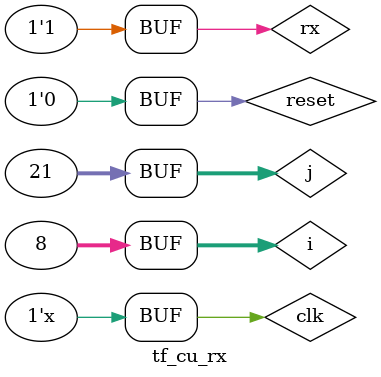
<source format=v>
`timescale 1ps / 1ps

module tf_cu_rx();

parameter XTL= 22118400; //(in hertz)
parameter BAUD  = 9600 ;  //57600 //19200  //9600
parameter NANO  = 1_000_000_000;
parameter BIT_TIME   = 104166667;//1000*NANO/(BAUD)  ;



// DATE:     15:18:50 10/16/2014 
// MODULE:   interface
// DESIGN:   interface
// FILENAME: tf_interface.v
// PROJECT:  data_loggerVer3
// VERSION:  


// Inputs
    reg clk;
    reg reset;
    reg rx;
    wire [23:0] start_adr;
    wire [23:0] stop_adr;
    wire [23:0] status;
    wire pkt_done;

    reg [7:0] byt [20:0];
    reg [7:0] val;
    integer i,j;

initial
begin
//start
byt[0] = 192;//128;
byt[1] = 1;
byt[2] = 1;
byt[3] = 2;
byt[4] = 2;
byt[5] = 3;
byt[6] = 3;

//stop
byt[7] = 192;//160;
byt[8] = 4;
byt[9] = 4;
byt[10] = 5;
byt[11] = 5;
byt[12] = 6;
byt[13] = 6;

//status
byt[14] = 192;
byt[15] = 7;
byt[16] = 7;
byt[17] = 8;
byt[18] = 8;
byt[19] = 9;
byt[20] = 9;
end
// Instantiate the UUT
    cu_rx c3 (
        .clk(clk), 
        .reset(reset), 
        .rx(rx),
        .start_adr(start_adr),
        .stop_adr(stop_adr),
        .status(status),
        .pkt_done(pkt_done)
        );


// Initialize Inputs
        initial begin
            clk = 0;
            reset = 0;
		rx=1;		
		#1000000 reset  =1;
		#100000  reset  =0;
		#100000  reset  =0;
      //9600 Baud rate
      //start address
      
      for(j=0;j<21;j=j+1)
      begin
         val = byt[j];
         #BIT_TIME rx =0;//start
         for(i=0;i<8;i=i+1)
            #BIT_TIME rx = val[i];
         #BIT_TIME rx =1;//stop
         #BIT_TIME rx =1;//stop
      end
/*
		#BIT_TIME rx =0;//start
		#BIT_TIME rx =0;//bit 0
		#BIT_TIME rx =0;//1
		#BIT_TIME rx =0;//2
		#BIT_TIME rx =0;//3
		#BIT_TIME rx =0;//4
		#BIT_TIME rx =0;//5
		#BIT_TIME rx =0;//6
		#BIT_TIME rx =1;//7
		#BIT_TIME rx =1;//stop
      #BIT_TIME rx =1;//stop
       //1
      #BIT_TIME rx =0;//start
		#BIT_TIME rx =1;//bit 0
		#BIT_TIME rx =0;//1
		#BIT_TIME rx =0;//2
		#BIT_TIME rx =0;//3
		#BIT_TIME rx =0;//4
		#BIT_TIME rx =0;//5
		#BIT_TIME rx =0;//6
		#BIT_TIME rx =0;//7
		#BIT_TIME rx =1;//stop
      #BIT_TIME rx =1;//stop

       //2
      #BIT_TIME rx =0;//start
		#BIT_TIME rx =0;//bit 0
		#BIT_TIME rx =1;//1
		#BIT_TIME rx =0;//2
		#BIT_TIME rx =0;//3
		#BIT_TIME rx =0;//4
		#BIT_TIME rx =0;//5
		#BIT_TIME rx =0;//6
		#BIT_TIME rx =0;//7
		#BIT_TIME rx =1;//stop
      #BIT_TIME rx =1;//stop
       //3
      #BIT_TIME rx =0;//start
		#BIT_TIME rx =1;//bit 0
		#BIT_TIME rx =1;//1
		#BIT_TIME rx =0;//2
		#BIT_TIME rx =0;//3
		#BIT_TIME rx =0;//4
		#BIT_TIME rx =0;//5
		#BIT_TIME rx =0;//6
		#BIT_TIME rx =0;//7
		#BIT_TIME rx =1;//stop
      #BIT_TIME rx =1;//stop

       //4
      #BIT_TIME rx =0;//start
		#BIT_TIME rx =1;//bit 0
		#BIT_TIME rx =0;//1
		#BIT_TIME rx =0;//2
		#BIT_TIME rx =0;//3
		#BIT_TIME rx =0;//4
		#BIT_TIME rx =0;//5
		#BIT_TIME rx =0;//6
		#BIT_TIME rx =0;//7
		#BIT_TIME rx =1;//stop
      #BIT_TIME rx =1;//stop
       //5
      #BIT_TIME rx =0;//start
		#BIT_TIME rx =0;//bit 0
		#BIT_TIME rx =1;//1
		#BIT_TIME rx =0;//2
		#BIT_TIME rx =0;//3
		#BIT_TIME rx =0;//4
		#BIT_TIME rx =0;//5
		#BIT_TIME rx =0;//6
		#BIT_TIME rx =0;//7
		#BIT_TIME rx =1;//stop
      #BIT_TIME rx =1;//stop

      #BIT_TIME rx =0;//start
		#BIT_TIME rx =1;//bit 0
		#BIT_TIME rx =1;//1
		#BIT_TIME rx =0;//2
		#BIT_TIME rx =0;//3
		#BIT_TIME rx =0;//4
		#BIT_TIME rx =0;//5
		#BIT_TIME rx =0;//6
		#BIT_TIME rx =0;//7
		#BIT_TIME rx =1;//stop
      #BIT_TIME rx =1;//stop
      ///////////////////////

      //stop address
		#BIT_TIME rx =0;//start
		#BIT_TIME rx =0;//bit 0
		#BIT_TIME rx =0;//1
		#BIT_TIME rx =0;//2
		#BIT_TIME rx =0;//3
		#BIT_TIME rx =0;//4
		#BIT_TIME rx =0;//5
		#BIT_TIME rx =1;//6
		#BIT_TIME rx =0;//7
		#BIT_TIME rx =1;//stop
      #BIT_TIME rx =1;//stop
       //1
      #BIT_TIME rx =0;//start
		#BIT_TIME rx =1;//bit 0
		#BIT_TIME rx =0;//1
		#BIT_TIME rx =1;//2
		#BIT_TIME rx =0;//3
		#BIT_TIME rx =0;//4
		#BIT_TIME rx =0;//5
		#BIT_TIME rx =0;//6
		#BIT_TIME rx =0;//7
		#BIT_TIME rx =1;//stop
      #BIT_TIME rx =1;//stop

       //2
      #BIT_TIME rx =0;//start
		#BIT_TIME rx =0;//bit 0
		#BIT_TIME rx =1;//1
		#BIT_TIME rx =1;//2
		#BIT_TIME rx =0;//3
		#BIT_TIME rx =0;//4
		#BIT_TIME rx =0;//5
		#BIT_TIME rx =0;//6
		#BIT_TIME rx =0;//7
		#BIT_TIME rx =1;//stop
      #BIT_TIME rx =1;//stop
       //3
      #BIT_TIME rx =0;//start
		#BIT_TIME rx =1;//bit 0
		#BIT_TIME rx =1;//1
		#BIT_TIME rx =1;//2
		#BIT_TIME rx =0;//3
		#BIT_TIME rx =0;//4
		#BIT_TIME rx =0;//5
		#BIT_TIME rx =0;//6
		#BIT_TIME rx =0;//7
		#BIT_TIME rx =1;//stop
      #BIT_TIME rx =1;//stop

       //4
      #BIT_TIME rx =0;//start
		#BIT_TIME rx =1;//bit 0
		#BIT_TIME rx =0;//1
		#BIT_TIME rx =1;//2
		#BIT_TIME rx =0;//3
		#BIT_TIME rx =0;//4
		#BIT_TIME rx =0;//5
		#BIT_TIME rx =0;//6
		#BIT_TIME rx =0;//7
		#BIT_TIME rx =1;//stop
      #BIT_TIME rx =1;//stop
       //5
      #BIT_TIME rx =0;//start
		#BIT_TIME rx =0;//bit 0
		#BIT_TIME rx =1;//1
		#BIT_TIME rx =1;//2
		#BIT_TIME rx =0;//3
		#BIT_TIME rx =0;//4
		#BIT_TIME rx =0;//5
		#BIT_TIME rx =0;//6
		#BIT_TIME rx =0;//7
		#BIT_TIME rx =1;//stop
      #BIT_TIME rx =1;//stop

      #BIT_TIME rx =0;//start
		#BIT_TIME rx =1;//bit 0
		#BIT_TIME rx =1;//1
		#BIT_TIME rx =1;//2
		#BIT_TIME rx =0;//3
		#BIT_TIME rx =0;//4
		#BIT_TIME rx =0;//5
		#BIT_TIME rx =0;//6
		#BIT_TIME rx =0;//7
		#BIT_TIME rx =1;//stop
      #BIT_TIME rx =1;//stop
      ///////////////////////
      
      //status
      		#BIT_TIME rx =0;//start
		#BIT_TIME rx =0;//bit 0
		#BIT_TIME rx =0;//1
		#BIT_TIME rx =0;//2
		#BIT_TIME rx =0;//3
		#BIT_TIME rx =0;//4
		#BIT_TIME rx =1;//5
		#BIT_TIME rx =0;//6
		#BIT_TIME rx =0;//7
		#BIT_TIME rx =1;//stop
      #BIT_TIME rx =1;//stop
       //1
      #BIT_TIME rx =0;//start
		#BIT_TIME rx =1;//bit 0
		#BIT_TIME rx =0;//1
		#BIT_TIME rx =0;//2
		#BIT_TIME rx =1;//3
		#BIT_TIME rx =0;//4
		#BIT_TIME rx =0;//5
		#BIT_TIME rx =0;//6
		#BIT_TIME rx =0;//7
		#BIT_TIME rx =1;//stop
      #BIT_TIME rx =1;//stop

       //2
      #BIT_TIME rx =0;//start
		#BIT_TIME rx =0;//bit 0
		#BIT_TIME rx =1;//1
		#BIT_TIME rx =0;//2
		#BIT_TIME rx =1;//3
		#BIT_TIME rx =0;//4
		#BIT_TIME rx =0;//5
		#BIT_TIME rx =0;//6
		#BIT_TIME rx =0;//7
		#BIT_TIME rx =1;//stop
      #BIT_TIME rx =1;//stop
       //3
      #BIT_TIME rx =0;//start
		#BIT_TIME rx =1;//bit 0
		#BIT_TIME rx =1;//1
		#BIT_TIME rx =0;//2
		#BIT_TIME rx =1;//3
		#BIT_TIME rx =0;//4
		#BIT_TIME rx =0;//5
		#BIT_TIME rx =0;//6
		#BIT_TIME rx =0;//7
		#BIT_TIME rx =1;//stop
      #BIT_TIME rx =1;//stop

       //4
      #BIT_TIME rx =0;//start
		#BIT_TIME rx =1;//bit 0
		#BIT_TIME rx =0;//1
		#BIT_TIME rx =0;//2
		#BIT_TIME rx =1;//3
		#BIT_TIME rx =0;//4
		#BIT_TIME rx =0;//5
		#BIT_TIME rx =0;//6
		#BIT_TIME rx =0;//7
		#BIT_TIME rx =1;//stop
      #BIT_TIME rx =1;//stop
       //5
      #BIT_TIME rx =0;//start
		#BIT_TIME rx =0;//bit 0
		#BIT_TIME rx =1;//1
		#BIT_TIME rx =0;//2
		#BIT_TIME rx =1;//3
		#BIT_TIME rx =0;//4
		#BIT_TIME rx =0;//5
		#BIT_TIME rx =0;//6
		#BIT_TIME rx =0;//7
		#BIT_TIME rx =1;//stop
      #BIT_TIME rx =1;//stop

      #BIT_TIME rx =0;//start
		#BIT_TIME rx =1;//bit 0
		#BIT_TIME rx =1;//1
		#BIT_TIME rx =0;//2
		#BIT_TIME rx =1;//3
		#BIT_TIME rx =0;//4
		#BIT_TIME rx =0;//5
		#BIT_TIME rx =0;//6
		#BIT_TIME rx =0;//7
		#BIT_TIME rx =1;//stop
      #BIT_TIME rx =1;//stop
      ///////////////////////            


     //start address 
		#BIT_TIME rx =0;//start
		#BIT_TIME rx =0;//bit 0
		#BIT_TIME rx =0;//1
		#BIT_TIME rx =0;//2
		#BIT_TIME rx =0;//3
		#BIT_TIME rx =0;//4
		#BIT_TIME rx =0;//5
		#BIT_TIME rx =0;//6
		#BIT_TIME rx =1;//7
		#BIT_TIME rx =1;//stop
      #BIT_TIME rx =1;//stop
       //1
      #BIT_TIME rx =0;//start
		#BIT_TIME rx =1;//bit 0
		#BIT_TIME rx =1;//1
		#BIT_TIME rx =1;//2
		#BIT_TIME rx =1;//3
		#BIT_TIME rx =0;//4
		#BIT_TIME rx =0;//5
		#BIT_TIME rx =0;//6
		#BIT_TIME rx =0;//7
		#BIT_TIME rx =1;//stop
      #BIT_TIME rx =1;//stop

       //2
      #BIT_TIME rx =0;//start
		#BIT_TIME rx =0;//bit 0
		#BIT_TIME rx =1;//1
		#BIT_TIME rx =0;//2
		#BIT_TIME rx =0;//3
		#BIT_TIME rx =0;//4
		#BIT_TIME rx =0;//5
		#BIT_TIME rx =0;//6
		#BIT_TIME rx =0;//7
		#BIT_TIME rx =1;//stop
      #BIT_TIME rx =1;//stop
       //3
      #BIT_TIME rx =0;//start
		#BIT_TIME rx =1;//bit 0
		#BIT_TIME rx =1;//1
		#BIT_TIME rx =0;//2
		#BIT_TIME rx =0;//3
		#BIT_TIME rx =0;//4
		#BIT_TIME rx =0;//5
		#BIT_TIME rx =0;//6
		#BIT_TIME rx =0;//7
		#BIT_TIME rx =1;//stop
      #BIT_TIME rx =1;//stop

       //4
      #BIT_TIME rx =0;//start
		#BIT_TIME rx =1;//bit 0
		#BIT_TIME rx =0;//1
		#BIT_TIME rx =0;//2
		#BIT_TIME rx =0;//3
		#BIT_TIME rx =0;//4
		#BIT_TIME rx =0;//5
		#BIT_TIME rx =0;//6
		#BIT_TIME rx =0;//7
		#BIT_TIME rx =1;//stop
      #BIT_TIME rx =1;//stop
       //5
      #BIT_TIME rx =0;//start
		#BIT_TIME rx =0;//bit 0
		#BIT_TIME rx =1;//1
		#BIT_TIME rx =0;//2
		#BIT_TIME rx =0;//3
		#BIT_TIME rx =0;//4
		#BIT_TIME rx =0;//5
		#BIT_TIME rx =0;//6
		#BIT_TIME rx =0;//7
		#BIT_TIME rx =1;//stop
      #BIT_TIME rx =1;//stop

      #BIT_TIME rx =0;//start
		#BIT_TIME rx =1;//bit 0
		#BIT_TIME rx =1;//1
		#BIT_TIME rx =0;//2
		#BIT_TIME rx =0;//3
		#BIT_TIME rx =0;//4
		#BIT_TIME rx =0;//5
		#BIT_TIME rx =0;//6
		#BIT_TIME rx =0;//7
		#BIT_TIME rx =1;//stop
      #BIT_TIME rx =1;//stop
      ///////////////////////
*/
       end
//22118400Hz
always
#22_605 clk = ~clk;

endmodule

</source>
